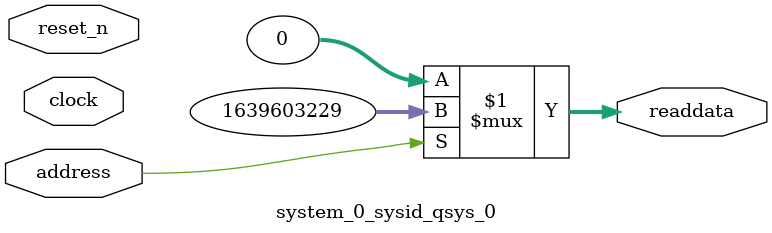
<source format=v>

`timescale 1ns / 1ps
// synthesis translate_on

// turn off superfluous verilog processor warnings 
// altera message_level Level1 
// altera message_off 10034 10035 10036 10037 10230 10240 10030 

module system_0_sysid_qsys_0 (
               // inputs:
                address,
                clock,
                reset_n,

               // outputs:
                readdata
             )
;

  output  [ 31: 0] readdata;
  input            address;
  input            clock;
  input            reset_n;

  wire    [ 31: 0] readdata;
  //control_slave, which is an e_avalon_slave
  assign readdata = address ? 1639603229 : 0;

endmodule




</source>
